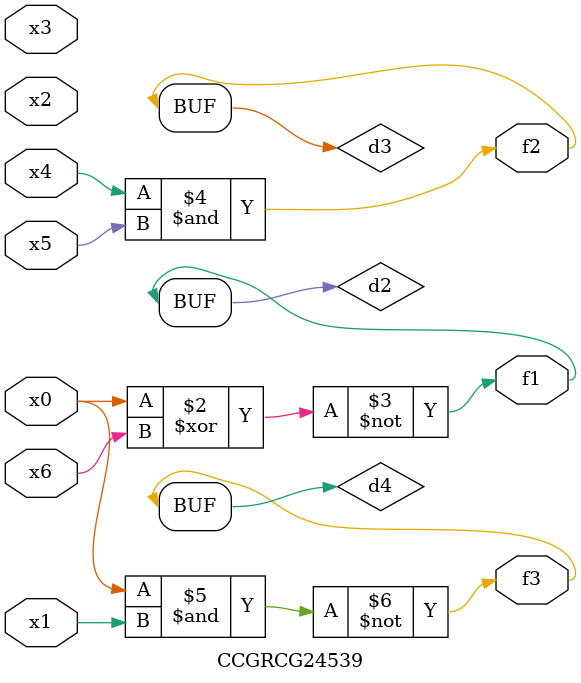
<source format=v>
module CCGRCG24539(
	input x0, x1, x2, x3, x4, x5, x6,
	output f1, f2, f3
);

	wire d1, d2, d3, d4;

	nor (d1, x0);
	xnor (d2, x0, x6);
	and (d3, x4, x5);
	nand (d4, x0, x1);
	assign f1 = d2;
	assign f2 = d3;
	assign f3 = d4;
endmodule

</source>
